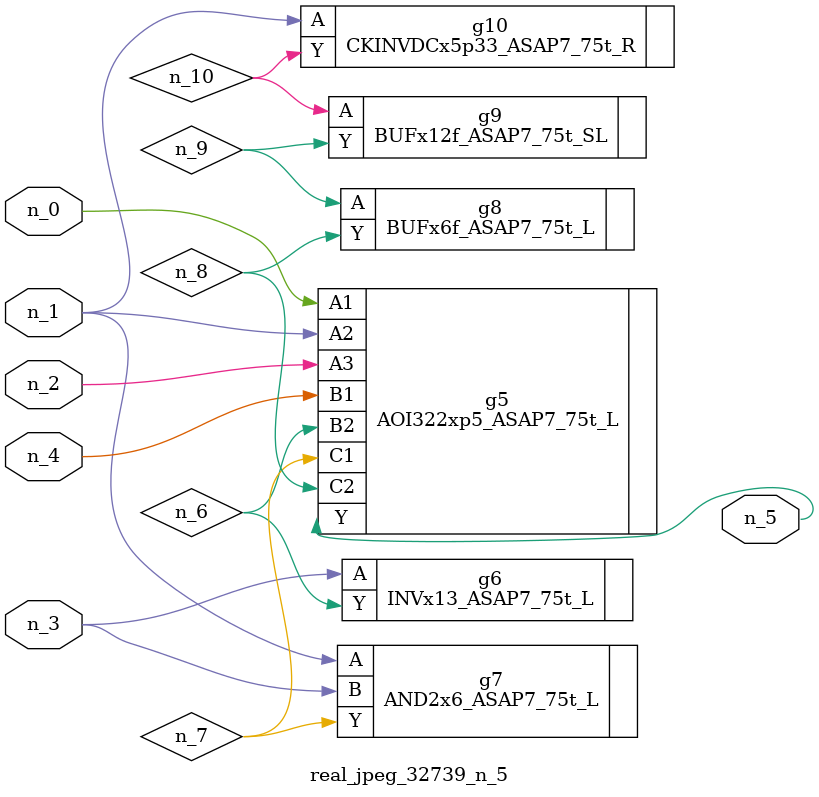
<source format=v>
module real_jpeg_32739_n_5 (n_4, n_0, n_1, n_2, n_3, n_5);

input n_4;
input n_0;
input n_1;
input n_2;
input n_3;

output n_5;

wire n_8;
wire n_6;
wire n_7;
wire n_10;
wire n_9;

AOI322xp5_ASAP7_75t_L g5 ( 
.A1(n_0),
.A2(n_1),
.A3(n_2),
.B1(n_4),
.B2(n_6),
.C1(n_7),
.C2(n_8),
.Y(n_5)
);

AND2x6_ASAP7_75t_L g7 ( 
.A(n_1),
.B(n_3),
.Y(n_7)
);

CKINVDCx5p33_ASAP7_75t_R g10 ( 
.A(n_1),
.Y(n_10)
);

INVx13_ASAP7_75t_L g6 ( 
.A(n_3),
.Y(n_6)
);

BUFx6f_ASAP7_75t_L g8 ( 
.A(n_9),
.Y(n_8)
);

BUFx12f_ASAP7_75t_SL g9 ( 
.A(n_10),
.Y(n_9)
);


endmodule
</source>
